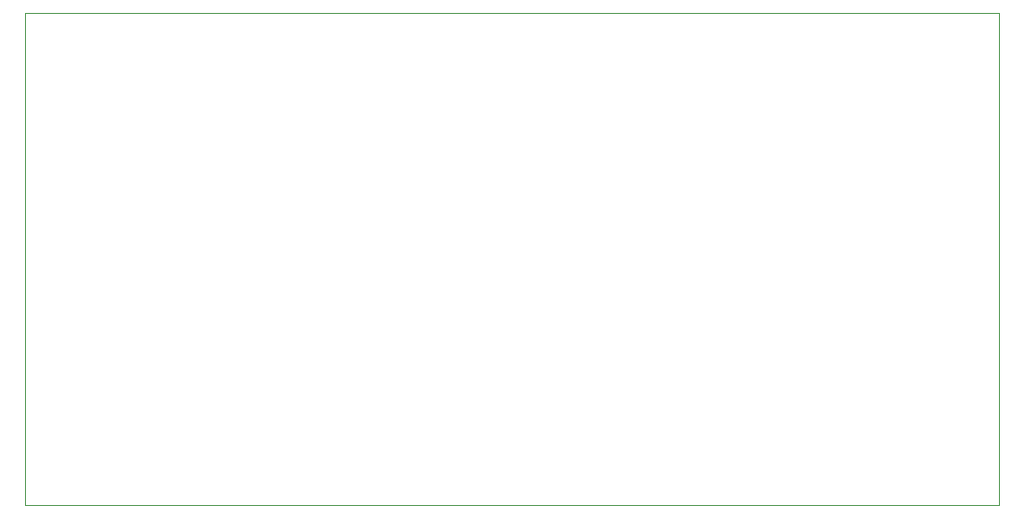
<source format=gbr>
G04 #@! TF.GenerationSoftware,KiCad,Pcbnew,8.0.5*
G04 #@! TF.CreationDate,2024-11-12T20:07:36-06:00*
G04 #@! TF.ProjectId,MonitoringSystem_PCB,4d6f6e69-746f-4726-996e-675379737465,rev?*
G04 #@! TF.SameCoordinates,Original*
G04 #@! TF.FileFunction,Profile,NP*
%FSLAX46Y46*%
G04 Gerber Fmt 4.6, Leading zero omitted, Abs format (unit mm)*
G04 Created by KiCad (PCBNEW 8.0.5) date 2024-11-12 20:07:36*
%MOMM*%
%LPD*%
G01*
G04 APERTURE LIST*
G04 #@! TA.AperFunction,Profile*
%ADD10C,0.100000*%
G04 #@! TD*
G04 APERTURE END LIST*
D10*
X111000000Y-80000000D02*
X200000000Y-80000000D01*
X200000000Y-125000000D01*
X111000000Y-125000000D01*
X111000000Y-80000000D01*
M02*

</source>
